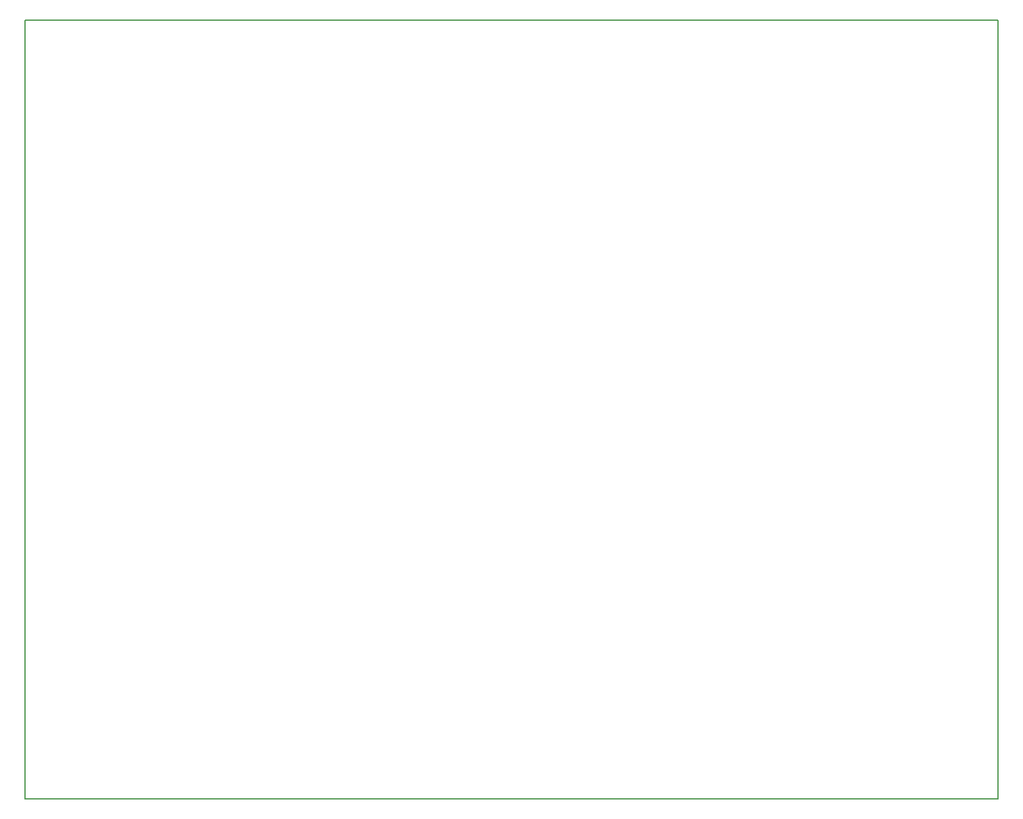
<source format=gbr>
G04 #@! TF.GenerationSoftware,KiCad,Pcbnew,(5.0.0)*
G04 #@! TF.CreationDate,2019-02-04T02:42:21+00:00*
G04 #@! TF.ProjectId,Maxime_Spikeling,4D6178696D655F5370696B656C696E67,rev?*
G04 #@! TF.SameCoordinates,Original*
G04 #@! TF.FileFunction,Profile,NP*
%FSLAX46Y46*%
G04 Gerber Fmt 4.6, Leading zero omitted, Abs format (unit mm)*
G04 Created by KiCad (PCBNEW (5.0.0)) date 02/04/19 02:42:21*
%MOMM*%
%LPD*%
G01*
G04 APERTURE LIST*
%ADD10C,0.200000*%
G04 APERTURE END LIST*
D10*
X160000000Y-25000000D02*
X160000000Y-133000000D01*
X25000000Y-25000000D02*
X25000000Y-133000000D01*
X25000000Y-133000000D02*
X160000000Y-133000000D01*
X25000000Y-25000000D02*
X160000000Y-25000000D01*
M02*

</source>
